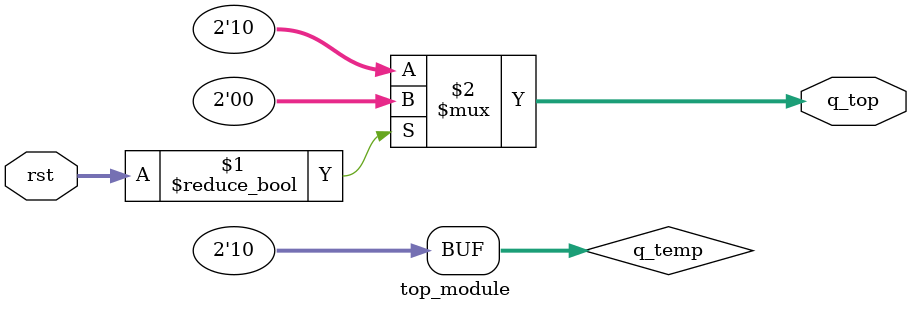
<source format=v>
module top_module (
	input 	[10:0] rst,/*
	input   [1:0] x_top, 
	input   [1:0] y_top,*/
	output  [1:0] q_top/*,
	output  [2:0] w*/
);

	wire [1:0] q_temp;
	assign q_temp = 2'b10;

	assign q_top = (rst) ? 2'd0 : q_temp;
	

endmodule

/* 
  [ODIN_HARD reduce_bool]
  -V ~/Desktop/yosys+odin/reduce_bool/reduce_bool.v -a ~/Desktop/yosys+odin/arch/k6_frac_N10_frac_chain_depop50_mem32K_40nm.xml -o ~/Desktop/yosys+odin/reduce_bool/odin_hard_reduce_bool.blif -t ~/Desktop/yosys+odin/reduce_bool/reduce_bool_input -T ~/Desktop/yosys+odin/reduce_bool/reduce_bool_output
  
  [YOSYS_BLIF_HARD_reduce_bool]
  -b ~/Desktop/yosys+odin/reduce_bool/yosys_reduce_bool.blif -a ~/Desktop/yosys+odin/arch/k6_frac_N10_frac_chain_depop50_mem32K_40nm.xml -o ~/Desktop/yosys+odin/reduce_bool/yosys+odin_hard_reduce_bool.blif --coarsen -t ~/Desktop/yosys+odin/reduce_bool/reduce_bool_input -T ~/Desktop/yosys+odin/reduce_bool/reduce_bool_output
  
  [ODIN_SOFT_reduce_bool]
  -V ~/Desktop/yosys+odin/reduce_bool/reduce_bool.v -o ~/Desktop/yosys+odin/reduce_bool/odin_soft_reduce_bool.blif -t ~/Desktop/yosys+odin/reduce_bool/reduce_bool_input -T ~/Desktop/yosys+odin/reduce_bool/reduce_bool_output
  
  [YOSYS_BLIF_SOFT_reduce_bool]
  -b ~/Desktop/yosys+odin/reduce_bool/yosys_reduce_bool.blif -o ~/Desktop/yosys+odin/reduce_bool/yosys+odin_soft_reduce_bool.blif --coarsen -t ~/Desktop/yosys+odin/reduce_bool/reduce_bool_input -T ~/Desktop/yosys+odin/reduce_bool/reduce_bool_output
  
  [YOSYS_CMD]
  read_verilog ~/Desktop/yosys+odin/reduce_bool/reduce_bool.v; proc; opt; write_blif -top top_module ~/Desktop/yosys+odin/reduce_bool/yosys_reduce_bool.blif;
*/

</source>
